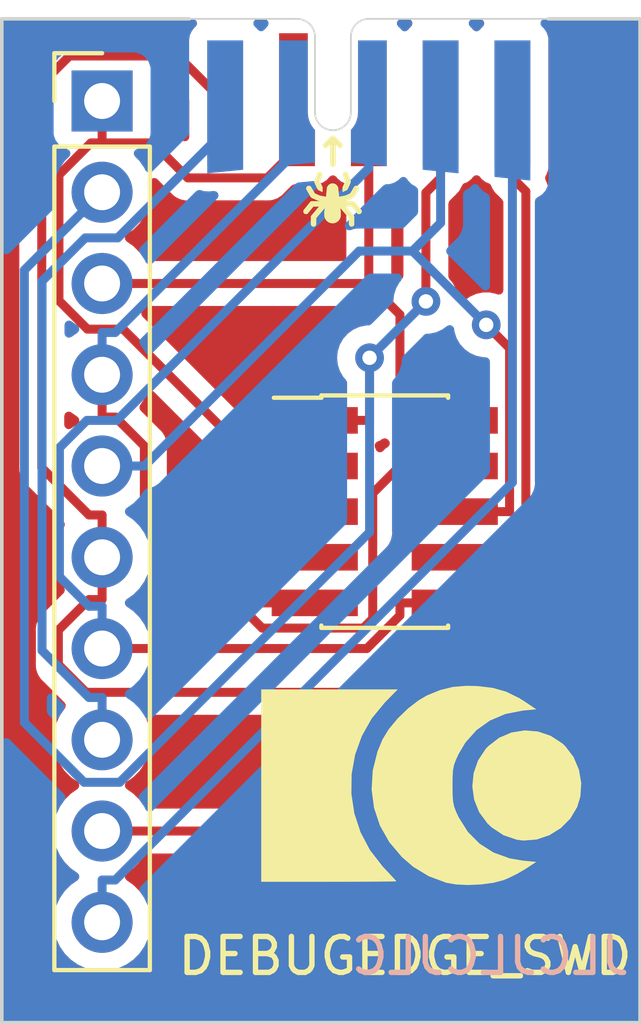
<source format=kicad_pcb>
(kicad_pcb (version 20221018) (generator pcbnew)
  (layers (0 "F.Cu" signal) (31 "B.Cu" signal) (34 "B.Paste" user) (35 "F.Paste" user) (36 "B.SilkS" user "B.Silkscreen") (37 "F.SilkS" user "F.Silkscreen") (38 "B.Mask" user) (39 "F.Mask" user) (44 "Edge.Cuts" user))
  (net 0 "")
  (net 1 "GND")
  (net 2 "SWDIO")
  (net 3 "SWDCLK")
  (net 4 "nRST")
  (net 5 "VCC")
  (net 6 "SWO")
  (net 7 "TDI")
  (net 8 "TRACE_CLK")
  (net 9 "TRACE0")
  (net 10 "TRACE1")
  (footprint "Connector_PinHeader_2.54mm:PinHeader_1x10_P2.54mm_Vertical" (layer "F.Cu") (at 119.634 73.406)
    (fp_text reference "J3" hide)
    (fp_text value "Conn_01x10_Pin" hide)
    (fp_line (start -1.33 -1.33) (end 0 -1.33) (stroke (width 0.12)) (layer "F.SilkS"))
    (fp_line (start -1.33 0) (end -1.33 -1.33) (stroke (width 0.12)) (layer "F.SilkS"))
    (fp_line (start -1.33 1.27) (end -1.33 24.19) (stroke (width 0.12)) (layer "F.SilkS"))
    (fp_line (start -1.33 1.27) (end 1.33 1.27) (stroke (width 0.12)) (layer "F.SilkS"))
    (fp_line (start -1.33 24.19) (end 1.33 24.19) (stroke (width 0.12)) (layer "F.SilkS"))
    (fp_line (start 1.33 1.27) (end 1.33 24.19) (stroke (width 0.12)) (layer "F.SilkS"))
    (pad "1" thru_hole rect (at 0 0) (size 1.7 1.7) (drill 1) (layers "*.Cu" "*.Mask") (net 1 "GND"))
    (pad "2" thru_hole oval (at 0 2.54) (size 1.7 1.7) (drill 1) (layers "*.Cu" "*.Mask") (net 5 "VCC"))
    (pad "3" thru_hole oval (at 0 5.08) (size 1.7 1.7) (drill 1) (layers "*.Cu" "*.Mask") (net 2 "SWDIO"))
    (pad "4" thru_hole oval (at 0 7.62) (size 1.7 1.7) (drill 1) (layers "*.Cu" "*.Mask") (net 3 "SWDCLK"))
    (pad "5" thru_hole oval (at 0 10.16) (size 1.7 1.7) (drill 1) (layers "*.Cu" "*.Mask") (net 6 "SWO"))
    (pad "6" thru_hole oval (at 0 12.7) (size 1.7 1.7) (drill 1) (layers "*.Cu" "*.Mask") (net 7 "TDI"))
    (pad "7" thru_hole oval (at 0 15.24) (size 1.7 1.7) (drill 1) (layers "*.Cu" "*.Mask") (net 4 "nRST"))
    (pad "8" thru_hole oval (at 0 17.78) (size 1.7 1.7) (drill 1) (layers "*.Cu" "*.Mask") (net 8 "TRACE_CLK"))
    (pad "9" thru_hole oval (at 0 20.32) (size 1.7 1.7) (drill 1) (layers "*.Cu" "*.Mask") (net 9 "TRACE0"))
    (pad "10" thru_hole oval (at 0 22.86) (size 1.7 1.7) (drill 1) (layers "*.Cu" "*.Mask") (net 10 "TRACE1"))
  )
  (footprint "DebugEdge:DebugEdge_2x05_Host" (layer "F.Cu") (at 127.064 71.12)
    (fp_text reference "J1" hide)
    (fp_text value "DebugEdge_02x05" hide)
    (fp_line (start -1.75 5.36) (end -1.58 5.15) (stroke (width 0.15)) (layer "F.SilkS"))
    (fp_line (start -1.75 5.36) (end -1.58 5.15) (stroke (width 0.15)) (layer "F.SilkS"))
    (fp_line (start -1.67 4.72) (end -1.56 4.91) (stroke (width 0.15)) (layer "F.SilkS"))
    (fp_line (start -1.67 4.72) (end -1.56 4.91) (stroke (width 0.15)) (layer "F.SilkS"))
    (fp_line (start -1.54 5.71) (end -1.54 5.52) (stroke (width 0.15)) (layer "F.SilkS"))
    (fp_line (start -1.54 5.71) (end -1.54 5.52) (stroke (width 0.15)) (layer "F.SilkS"))
    (fp_line (start -1.44 4.54) (end -1.38 4.67) (stroke (width 0.15)) (layer "F.SilkS"))
    (fp_line (start -1.44 4.54) (end -1.38 4.67) (stroke (width 0.15)) (layer "F.SilkS"))
    (fp_line (start -1.39 4.99) (end -1.55 4.92) (stroke (width 0.15)) (layer "F.SilkS"))
    (fp_line (start -1.39 4.99) (end -1.55 4.92) (stroke (width 0.15)) (layer "F.SilkS"))
    (fp_line (start -1.39 4.99) (end -1.13 5.04) (stroke (width 0.15)) (layer "F.SilkS"))
    (fp_line (start -1.39 4.99) (end -1.13 5.04) (stroke (width 0.15)) (layer "F.SilkS"))
    (fp_line (start -1.37 4.33) (end -1.44 4.53) (stroke (width 0.15)) (layer "F.SilkS"))
    (fp_line (start -1.37 4.33) (end -1.44 4.53) (stroke (width 0.15)) (layer "F.SilkS"))
    (fp_line (start -1.26 5.19) (end -1.54 5.52) (stroke (width 0.15)) (layer "F.SilkS"))
    (fp_line (start -1.26 5.19) (end -1.54 5.52) (stroke (width 0.15)) (layer "F.SilkS"))
    (fp_line (start -1.21 5.15) (end -1.58 5.15) (stroke (width 0.15)) (layer "F.SilkS"))
    (fp_line (start -1.21 5.15) (end -1.58 5.15) (stroke (width 0.15)) (layer "F.SilkS"))
    (fp_line (start -1.09 5.4) (end -1.02 4.74) (stroke (width 0.3)) (layer "F.SilkS"))
    (fp_line (start -1.09 5.4) (end -1.02 4.74) (stroke (width 0.3)) (layer "F.SilkS"))
    (fp_line (start -1.01 5.46) (end -1.01 5.39) (stroke (width 0.46)) (layer "F.SilkS"))
    (fp_line (start -1.01 5.46) (end -1.01 5.39) (stroke (width 0.46)) (layer "F.SilkS"))
    (fp_line (start -1.01 5.51) (end -1.01 4.74) (stroke (width 0.32)) (layer "F.SilkS"))
    (fp_line (start -1.01 5.51) (end -1.01 4.74) (stroke (width 0.32)) (layer "F.SilkS"))
    (fp_line (start -1 3.323) (end -1.2 3.523) (stroke (width 0.153)) (layer "F.SilkS"))
    (fp_line (start -1 4.05) (end -1 3.323) (stroke (width 0.153)) (layer "F.SilkS"))
    (fp_line (start -0.93 5.4) (end -1 4.74) (stroke (width 0.3)) (layer "F.SilkS"))
    (fp_line (start -0.93 5.4) (end -1 4.74) (stroke (width 0.3)) (layer "F.SilkS"))
    (fp_line (start -0.81 5.15) (end -0.44 5.15) (stroke (width 0.15)) (layer "F.SilkS"))
    (fp_line (start -0.81 5.15) (end -0.44 5.15) (stroke (width 0.15)) (layer "F.SilkS"))
    (fp_line (start -0.8 3.523) (end -1 3.323) (stroke (width 0.153)) (layer "F.SilkS"))
    (fp_line (start -0.76 5.19) (end -0.48 5.52) (stroke (width 0.15)) (layer "F.SilkS"))
    (fp_line (start -0.76 5.19) (end -0.48 5.52) (stroke (width 0.15)) (layer "F.SilkS"))
    (fp_line (start -0.65 4.33) (end -0.58 4.53) (stroke (width 0.15)) (layer "F.SilkS"))
    (fp_line (start -0.65 4.33) (end -0.58 4.53) (stroke (width 0.15)) (layer "F.SilkS"))
    (fp_line (start -0.63 4.99) (end -0.89 5.04) (stroke (width 0.15)) (layer "F.SilkS"))
    (fp_line (start -0.63 4.99) (end -0.89 5.04) (stroke (width 0.15)) (layer "F.SilkS"))
    (fp_line (start -0.63 4.99) (end -0.47 4.92) (stroke (width 0.15)) (layer "F.SilkS"))
    (fp_line (start -0.63 4.99) (end -0.47 4.92) (stroke (width 0.15)) (layer "F.SilkS"))
    (fp_line (start -0.58 4.54) (end -0.64 4.67) (stroke (width 0.15)) (layer "F.SilkS"))
    (fp_line (start -0.58 4.54) (end -0.64 4.67) (stroke (width 0.15)) (layer "F.SilkS"))
    (fp_line (start -0.48 5.71) (end -0.48 5.52) (stroke (width 0.15)) (layer "F.SilkS"))
    (fp_line (start -0.48 5.71) (end -0.48 5.52) (stroke (width 0.15)) (layer "F.SilkS"))
    (fp_line (start -0.35 4.72) (end -0.46 4.91) (stroke (width 0.15)) (layer "F.SilkS"))
    (fp_line (start -0.35 4.72) (end -0.46 4.91) (stroke (width 0.15)) (layer "F.SilkS"))
    (fp_line (start -0.27 5.36) (end -0.44 5.15) (stroke (width 0.15)) (layer "F.SilkS"))
    (fp_line (start -0.27 5.36) (end -0.44 5.15) (stroke (width 0.15)) (layer "F.SilkS"))
    (fp_poly (pts (xy -1.35 4.56) (xy -1.29 4.68) (xy -1.29 4.82) (xy -1.42 4.76) (xy -1.49 4.61) (xy -1.4 4.64)) (stroke (width 0.001)) (fill solid) (layer "F.SilkS"))
    (fp_poly (pts (xy -1.35 4.56) (xy -1.29 4.68) (xy -1.29 4.82) (xy -1.42 4.76) (xy -1.49 4.61) (xy -1.4 4.64)) (stroke (width 0.001)) (fill solid) (layer "F.SilkS"))
    (fp_poly (pts (xy -0.67 4.56) (xy -0.73 4.68) (xy -0.73 4.82) (xy -0.6 4.76) (xy -0.53 4.61) (xy -0.62 4.64)) (stroke (width 0.001)) (fill solid) (layer "F.SilkS"))
    (fp_poly (pts (xy -0.67 4.56) (xy -0.73 4.68) (xy -0.73 4.82) (xy -0.6 4.76) (xy -0.53 4.61) (xy -0.62 4.64)) (stroke (width 0.001)) (fill solid) (layer "F.SilkS"))
    (fp_line (start -5 0) (end -2 0) (stroke (width 0.05)) (layer "Edge.Cuts"))
    (fp_line (start -1.5 0.5) (end -1.5 2.6) (stroke (width 0.05)) (layer "Edge.Cuts"))
    (fp_line (start -0.5 2.6) (end -0.5 0.5) (stroke (width 0.05)) (layer "Edge.Cuts"))
    (fp_line (start 0 0) (end 5 0) (stroke (width 0.05)) (layer "Edge.Cuts"))
    (fp_arc (start -2 0) (mid -1.646447 0.146447) (end -1.5 0.5) (stroke (width 0.05)) (layer "Edge.Cuts"))
    (fp_arc (start -0.5 0.5) (mid -0.353553 0.146447) (end 0 0) (stroke (width 0.05)) (layer "Edge.Cuts"))
    (fp_arc (start -0.5 2.6) (mid -1 3.1) (end -1.5 2.6) (stroke (width 0.05)) (layer "Edge.Cuts"))
    (pad "1" smd custom (at -2 3.6) (size 1 1) (layers "F.Cu" "F.Mask") (net 1 "GND") (options (clearance outline) (anchor rect)) (primitives (gr_poly (pts (xy 0.3 -0.99) (xy 0.31 -0.88) (xy 0.33 -0.8) (xy 0.35 -0.74) (xy 0.37 -0.69) (xy 0.4 -0.64) (xy 0.44 -0.58) (xy 0.48 -0.53) (xy 0.5 -0.51) (xy 0.5 0.5) (xy -0.5 0.5) (xy -0.5 -3.2) (xy 0.3 -3.2)) (width 0) (fill yes))))
    (pad "2" smd custom (at 0 3.6) (size 1 1) (layers "F.Cu" "F.Mask") (net 2 "SWDIO") (options (clearance outline) (anchor rect)) (primitives (gr_poly (pts (xy -0.3 -0.99) (xy -0.31 -0.88) (xy -0.33 -0.8) (xy -0.35 -0.74) (xy -0.37 -0.69) (xy -0.4 -0.64) (xy -0.44 -0.58) (xy -0.48 -0.53) (xy -0.5 -0.51) (xy -0.5 0.5) (xy 0.5 0.5) (xy 0.5 -3) (xy -0.3 -3)) (width 0) (fill yes))))
    (pad "3" smd custom (at -2 2.1 180) (size 0.4 0.4) (layers "B.Cu" "B.Mask") (net 3 "SWDCLK") (options (clearance outline) (anchor rect)) (primitives (gr_poly (pts (xy -0.3 -0.51) (xy -0.31 -0.62) (xy -0.33 -0.7) (xy -0.35 -0.76) (xy -0.37 -0.81) (xy -0.4 -0.86) (xy -0.44 -0.92) (xy -0.48 -0.97) (xy -0.5 -0.99) (xy -0.5 -1.9) (xy 0.5 -2) (xy 0.5 1.5) (xy -0.3 1.5)) (width 0) (fill yes))))
    (pad "4" smd custom (at 0 2.1 180) (size 0.4 0.4) (layers "B.Cu" "B.Mask") (net 4 "nRST") (options (clearance outline) (anchor rect)) (primitives (gr_poly (pts (xy 0.3 -0.51) (xy 0.31 -0.62) (xy 0.33 -0.7) (xy 0.35 -0.76) (xy 0.37 -0.81) (xy 0.4 -0.86) (xy 0.44 -0.92) (xy 0.48 -0.97) (xy 0.5 -0.99) (xy 0.5 -1.9) (xy -0.5 -2) (xy -0.5 1.5) (xy 0.3 1.5)) (width 0) (fill yes))))
    (pad "5" smd rect (at 2 2.35) (size 1 3.5) (layers "F.Cu" "F.Mask") (net 5 "VCC"))
    (pad "6" smd custom (at 2 2.4 180) (size 1 3.6) (layers "B.Cu" "B.Mask") (net 6 "SWO") (options (clearance outline) (anchor rect)) (primitives (gr_poly (pts (xy 0.5 -1.8) (xy -0.5 -1.9) (xy -0.5 -1.8)) (width 0) (fill yes))))
    (pad "7" smd rect (at -4 2.35) (size 1 3.5) (layers "F.Cu" "F.Mask") (net 7 "TDI"))
    (pad "8" smd custom (at -4 2.4 180) (size 1 3.6) (layers "B.Cu" "B.Mask") (net 8 "TRACE_CLK") (options (clearance outline) (anchor rect)) (primitives (gr_poly (pts (xy 0.5 -1.8) (xy 0.5 -1.9) (xy -0.5 -1.8)) (width 0) (fill yes))))
    (pad "9" smd rect (at 4 2.35) (size 1 3.5) (layers "F.Cu" "F.Mask") (net 9 "TRACE0"))
    (pad "10" smd custom (at 4 2.5 180) (size 1 3.8) (layers "B.Cu" "B.Mask") (net 10 "TRACE1") (options (clearance outline) (anchor rect)) (primitives (gr_poly (pts (xy 0.5 -1.9) (xy -0.5 -2) (xy -0.5 -1.9)) (width 0) (fill yes))))
  )
  (footprint "Connector_PinHeader_1.27mm:PinHeader_2x05_P1.27mm_Vertical_SMD" (layer "F.Cu") (at 127.508 84.836)
    (fp_text reference "J2" hide)
    (fp_text value "Conn_ARM_JTAG_SWD_10" hide)
    (fp_line (start -3.09 -3.17) (end -1.765 -3.17) (stroke (width 0.12)) (layer "F.SilkS"))
    (fp_line (start -1.765 -3.235) (end -1.765 -3.17) (stroke (width 0.12)) (layer "F.SilkS"))
    (fp_line (start -1.765 -3.235) (end 1.765 -3.235) (stroke (width 0.12)) (layer "F.SilkS"))
    (fp_line (start -1.765 3.17) (end -1.765 3.235) (stroke (width 0.12)) (layer "F.SilkS"))
    (fp_line (start -1.765 3.235) (end 1.765 3.235) (stroke (width 0.12)) (layer "F.SilkS"))
    (fp_line (start 1.765 -3.235) (end 1.765 -3.17) (stroke (width 0.12)) (layer "F.SilkS"))
    (fp_line (start 1.765 3.17) (end 1.765 3.235) (stroke (width 0.12)) (layer "F.SilkS"))
    (pad "1" smd rect (at -1.95 -2.54) (size 2.4 0.74) (layers "F.Cu" "F.Paste" "F.Mask") (net 5 "VCC"))
    (pad "2" smd rect (at 1.95 -2.54) (size 2.4 0.74) (layers "F.Cu" "F.Paste" "F.Mask") (net 2 "SWDIO"))
    (pad "3" smd rect (at -1.95 -1.27) (size 2.4 0.74) (layers "F.Cu" "F.Paste" "F.Mask") (net 1 "GND"))
    (pad "4" smd rect (at 1.95 -1.27) (size 2.4 0.74) (layers "F.Cu" "F.Paste" "F.Mask") (net 3 "SWDCLK"))
    (pad "5" smd rect (at -1.95 0) (size 2.4 0.74) (layers "F.Cu" "F.Paste" "F.Mask") (net 1 "GND"))
    (pad "6" smd rect (at 1.95 0) (size 2.4 0.74) (layers "F.Cu" "F.Paste" "F.Mask") (net 6 "SWO"))
    (pad "7" smd rect (at -1.95 1.27) (size 2.4 0.74) (layers "F.Cu" "F.Paste" "F.Mask"))
    (pad "8" smd rect (at 1.95 1.27) (size 2.4 0.74) (layers "F.Cu" "F.Paste" "F.Mask") (net 7 "TDI"))
    (pad "9" smd rect (at -1.95 2.54) (size 2.4 0.74) (layers "F.Cu" "F.Paste" "F.Mask") (net 1 "GND"))
    (pad "10" smd rect (at 1.95 2.54) (size 2.4 0.74) (layers "F.Cu" "F.Paste" "F.Mask") (net 4 "nRST"))
  )
  (footprint "LOGO" (layer "F.Cu") (at 127.990558 90.525548)
    (fp_text reference "G***" hide)
    (fp_text value "LOGO" hide)
    (fp_poly (pts (xy -0.478622 -0.377167) (xy -0.844959 0.067673) (xy -1.121506 0.556777) (xy -1.308202 1.077873) (xy -1.404987 1.618691) (xy -1.411801 2.166961) (xy -1.328584 2.710411) (xy -1.155274 3.236772) (xy -0.891812 3.733772) (xy -0.538137 4.189141) (xy -0.501286 4.228283) (xy -0.352758 4.3849) (xy -0.236764 4.509809) (xy -0.169474 4.585462) (xy -0.159081 4.599669) (xy -0.210122 4.602833) (xy -0.355303 4.605738) (xy -0.582706 4.608298) (xy -0.880419 4.610427) (xy -1.236524 4.612038) (xy -1.639108 4.613044) (xy -2.041545 4.613361) (xy -3.924008 4.613361) (xy -3.924008 1.935491) (xy -3.924008 -0.74238) (xy -2.02194 -0.74238) (xy -0.119871 -0.74238)) (fill solid) (layer "F.SilkS"))
    (fp_poly (pts (xy 3.786288 0.430092) (xy 4.139977 0.549886) (xy 4.459815 0.758269) (xy 4.548408 0.840043) (xy 4.77673 1.139429) (xy 4.925795 1.488725) (xy 4.990892 1.863781) (xy 4.967307 2.240445) (xy 4.87873 2.533009) (xy 4.686725 2.854596) (xy 4.421878 3.119344) (xy 4.103811 3.316606) (xy 3.752149 3.435738) (xy 3.386515 3.466094) (xy 3.199856 3.443746) (xy 2.827301 3.318346) (xy 2.493156 3.097888) (xy 2.375866 2.98727) (xy 2.147863 2.678685) (xy 2.00808 2.330405) (xy 1.956298 1.961265) (xy 1.992298 1.5901) (xy 2.115861 1.235745) (xy 2.326766 0.917036) (xy 2.400921 0.83727) (xy 2.706063 0.602475) (xy 3.050935 0.456363) (xy 3.417142 0.39891)) (fill solid) (layer "F.SilkS"))
    (fp_poly (pts (xy 2.091929 -0.83515) (xy 2.525424 -0.784819) (xy 2.902683 -0.677584) (xy 3.264208 -0.500009) (xy 3.442004 -0.387218) (xy 3.738414 -0.187407) (xy 3.367224 -0.152198) (xy 2.881124 -0.057665) (xy 2.44682 0.126041) (xy 2.071499 0.394083) (xy 1.762348 0.741629) (xy 1.578496 1.051014) (xy 1.497902 1.222909) (xy 1.447055 1.364636) (xy 1.419178 1.510786) (xy 1.407494 1.695952) (xy 1.405219 1.935491) (xy 1.407883 2.188577) (xy 1.420392 2.370246) (xy 1.449523 2.51509) (xy 1.502053 2.657701) (xy 1.578496 2.819968) (xy 1.833405 3.223914) (xy 2.159907 3.551948) (xy 2.55099 3.799349) (xy 2.999638 3.961396) (xy 3.367224 4.023842) (xy 3.738414 4.059712) (xy 3.429358 4.26128) (xy 3.214104 4.387436) (xy 2.977465 4.504962) (xy 2.819546 4.570015) (xy 2.538165 4.642327) (xy 2.19954 4.687307) (xy 1.84296 4.703221) (xy 1.507718 4.688333) (xy 1.233104 4.64091) (xy 1.230538 4.640192) (xy 0.740733 4.45731) (xy 0.309331 4.195321) (xy -0.005539 3.924009) (xy -0.357982 3.508227) (xy -0.617104 3.049407) (xy -0.781201 2.557926) (xy -0.848573 2.044161) (xy -0.817519 1.51849) (xy -0.686336 0.991289) (xy -0.54311 0.645535) (xy -0.368423 0.361938) (xy -0.123557 0.067703) (xy 0.162949 -0.209043) (xy 0.462559 -0.440172) (xy 0.694432 -0.574246) (xy 1.064072 -0.725038) (xy 1.418396 -0.811783) (xy 1.799386 -0.842317)) (fill solid) (layer "F.SilkS"))
  )
  (gr_line (start 134.62 71.12) (end 134.62 99.06) (stroke (width 0.1)) (layer "Edge.Cuts"))
  (gr_line (start 134.62 99.06) (end 116.84 99.06) (stroke (width 0.1)) (layer "Edge.Cuts"))
  (gr_line (start 132.064 71.12) (end 134.62 71.12) (stroke (width 0.1)) (layer "Edge.Cuts"))
  (gr_line (start 116.84 99.06) (end 116.84 71.12) (stroke (width 0.1)) (layer "Edge.Cuts"))
  (gr_line (start 116.84 71.12) (end 122.064 71.12) (stroke (width 0.1)) (layer "Edge.Cuts"))
  (gr_text "JLCJLCJLC" (at 126.492 97.79) (layer "B.SilkS") (effects (font (size 1 1)) (justify right bottom mirror)))
  (gr_text "DEBUGEDGE_SWD" (at 121.666 97.79) (layer "F.SilkS") (effects (font (size 1 1)) (justify left bottom)))
  (segment (start 125.558 84.836) (end 124.7946 84.836) (width 0.25) (layer "F.Cu") (net 1))
  (segment (start 124.2371 75.5469) (end 122.0221 75.5469) (width 0.25) (layer "F.Cu") (net 1))
  (segment (start 125.558 87.376) (end 124.0311 87.376) (width 0.25) (layer "F.Cu") (net 1))
  (segment (start 118.4322 75.463) (end 118.4322 78.9642) (width 0.25) (layer "F.Cu") (net 1))
  (segment (start 125.064 74.72) (end 124.2371 75.5469) (width 0.25) (layer "F.Cu") (net 1))
  (segment (start 118.4322 78.9642) (end 119.224 79.756) (width 0.25) (layer "F.Cu") (net 1))
  (segment (start 122.0221 75.5469) (end 121.0483 74.5731) (width 0.25) (layer "F.Cu") (net 1))
  (segment (start 124.0311 87.376) (end 124.0311 85.5995) (width 0.25) (layer "F.Cu") (net 1))
  (segment (start 125.558 83.566) (end 124.0311 83.566) (width 0.25) (layer "F.Cu") (net 1))
  (segment (start 119.634 73.406) (end 119.634 74.5731) (width 0.25) (layer "F.Cu") (net 1))
  (segment (start 120.2211 79.756) (end 124.0311 83.566) (width 0.25) (layer "F.Cu") (net 1))
  (segment (start 124.7946 84.836) (end 124.0311 84.0725) (width 0.25) (layer "F.Cu") (net 1))
  (segment (start 119.224 79.756) (end 120.2211 79.756) (width 0.25) (layer "F.Cu") (net 1))
  (segment (start 124.0311 85.5995) (end 124.7946 84.836) (width 0.25) (layer "F.Cu") (net 1))
  (segment (start 119.3221 74.5731) (end 118.4322 75.463) (width 0.25) (layer "F.Cu") (net 1))
  (segment (start 121.0483 74.5731) (end 119.634 74.5731) (width 0.25) (layer "F.Cu") (net 1))
  (segment (start 119.634 74.5731) (end 119.3221 74.5731) (width 0.25) (layer "F.Cu") (net 1))
  (segment (start 124.0311 84.0725) (end 124.0311 83.566) (width 0.25) (layer "F.Cu") (net 1))
  (segment (start 127.064 78.486) (end 127.9311 79.3531) (width 0.25) (layer "F.Cu") (net 2))
  (segment (start 127.064 74.72) (end 127.064 78.486) (width 0.25) (layer "F.Cu") (net 2))
  (segment (start 127.9311 79.3531) (end 127.9311 82.296) (width 0.25) (layer "F.Cu") (net 2))
  (segment (start 119.634 78.486) (end 120.8109 78.486) (width 0.25) (layer "F.Cu") (net 2))
  (segment (start 127.064 78.486) (end 120.8109 78.486) (width 0.25) (layer "F.Cu") (net 2))
  (segment (start 129.458 82.296) (end 127.9311 82.296) (width 0.25) (layer "F.Cu") (net 2))
  (segment (start 129.458 83.566) (end 127.9311 83.566) (width 0.25) (layer "F.Cu") (net 3))
  (segment (start 126.9117 88.0771) (end 127.1736 87.8152) (width 0.25) (layer "F.Cu") (net 3))
  (segment (start 127.1736 87.8152) (end 127.1736 84.3235) (width 0.25) (layer "F.Cu") (net 3))
  (segment (start 120.0019 82.2029) (end 120.8109 83.0119) (width 0.25) (layer "F.Cu") (net 3))
  (segment (start 119.634 82.2029) (end 120.0019 82.2029) (width 0.25) (layer "F.Cu") (net 3))
  (segment (start 124.093 88.0771) (end 126.9117 88.0771) (width 0.25) (layer "F.Cu") (net 3))
  (segment (start 120.8109 84.795) (end 124.093 88.0771) (width 0.25) (layer "F.Cu") (net 3))
  (segment (start 119.634 81.026) (end 119.634 82.2029) (width 0.25) (layer "F.Cu") (net 3))
  (segment (start 127.1736 84.3235) (end 127.9311 83.566) (width 0.25) (layer "F.Cu") (net 3))
  (segment (start 120.8109 83.0119) (end 120.8109 84.795) (width 0.25) (layer "F.Cu") (net 3))
  (segment (start 119.634 81.026) (end 119.634 79.8491) (width 0.25) (layer "B.Cu") (net 3))
  (segment (start 125.064 74.7849) (end 119.9998 79.8491) (width 0.25) (layer "B.Cu") (net 3))
  (segment (start 119.9998 79.8491) (end 119.634 79.8491) (width 0.25) (layer "B.Cu") (net 3))
  (segment (start 125.064 73.22) (end 125.064 74.7849) (width 0.25) (layer "B.Cu") (net 3))
  (segment (start 127.0095 88.646) (end 119.634 88.646) (width 0.25) (layer "F.Cu") (net 4))
  (segment (start 127.9311 87.376) (end 127.9311 87.7244) (width 0.25) (layer "F.Cu") (net 4))
  (segment (start 127.9311 87.7244) (end 127.0095 88.646) (width 0.25) (layer "F.Cu") (net 4))
  (segment (start 129.458 87.376) (end 127.9311 87.376) (width 0.25) (layer "F.Cu") (net 4))
  (segment (start 119.2682 87.4691) (end 118.4454 86.6463) (width 0.25) (layer "B.Cu") (net 4))
  (segment (start 119.2083 82.296) (end 120.043 82.296) (width 0.25) (layer "B.Cu") (net 4))
  (segment (start 118.4454 83.0589) (end 119.2083 82.296) (width 0.25) (layer "B.Cu") (net 4))
  (segment (start 127.064 75.275) (end 127.064 73.22) (width 0.25) (layer "B.Cu") (net 4))
  (segment (start 118.4454 86.6463) (end 118.4454 83.0589) (width 0.25) (layer "B.Cu") (net 4))
  (segment (start 119.634 88.646) (end 119.634 87.4691) (width 0.25) (layer "B.Cu") (net 4))
  (segment (start 119.634 87.4691) (end 119.2682 87.4691) (width 0.25) (layer "B.Cu") (net 4))
  (segment (start 120.043 82.296) (end 127.064 75.275) (width 0.25) (layer "B.Cu") (net 4))
  (segment (start 127.0849 82.296) (end 127.0849 80.5536) (width 0.25) (layer "F.Cu") (net 5))
  (segment (start 129.064 73.47) (end 129.064 75.5469) (width 0.25) (layer "F.Cu") (net 5))
  (segment (start 129.064 75.5469) (end 128.6543 75.9566) (width 0.25) (layer "F.Cu") (net 5))
  (segment (start 128.6543 75.9566) (end 128.6543 78.9842) (width 0.25) (layer "F.Cu") (net 5))
  (segment (start 125.558 82.296) (end 127.0849 82.296) (width 0.25) (layer "F.Cu") (net 5))
  (via (at 127.0849 80.5536) (size 0.8) (drill 0.4) (layers "F.Cu" "B.Cu") (net 5))
  (via (at 128.6543 78.9842) (size 0.8) (drill 0.4) (layers "F.Cu" "B.Cu") (net 5))
  (segment (start 127.0849 80.5536) (end 127.0849 85.4101) (width 0.25) (layer "B.Cu") (net 5))
  (segment (start 120.1255 92.3695) (end 119.134 92.3695) (width 0.25) (layer "B.Cu") (net 5))
  (segment (start 128.6543 78.9842) (end 127.0849 80.5536) (width 0.25) (layer "B.Cu") (net 5))
  (segment (start 117.4691 78.1109) (end 119.634 75.946) (width 0.25) (layer "B.Cu") (net 5))
  (segment (start 117.4691 90.7046) (end 117.4691 78.1109) (width 0.25) (layer "B.Cu") (net 5))
  (segment (start 119.134 92.3695) (end 117.4691 90.7046) (width 0.25) (layer "B.Cu") (net 5))
  (segment (start 127.0849 85.4101) (end 120.1255 92.3695) (width 0.25) (layer "B.Cu") (net 5))
  (segment (start 130.9849 80.2868) (end 130.3348 79.6367) (width 0.25) (layer "F.Cu") (net 6))
  (segment (start 130.9849 84.836) (end 130.9849 80.2868) (width 0.25) (layer "F.Cu") (net 6))
  (segment (start 129.458 84.836) (end 130.9849 84.836) (width 0.25) (layer "F.Cu") (net 6))
  (via (at 130.3348 79.6367) (size 0.8) (drill 0.4) (layers "F.Cu" "B.Cu") (net 6))
  (segment (start 128.2807 77.5826) (end 130.3348 79.6367) (width 0.25) (layer "B.Cu") (net 6))
  (segment (start 128.2807 77.5826) (end 126.7943 77.5826) (width 0.25) (layer "B.Cu") (net 6))
  (segment (start 126.7943 77.5826) (end 120.8109 83.566) (width 0.25) (layer "B.Cu") (net 6))
  (segment (start 129.064 76.7993) (end 128.2807 77.5826) (width 0.25) (layer "B.Cu") (net 6))
  (segment (start 129.064 73.52) (end 129.064 76.7993) (width 0.25) (layer "B.Cu") (net 6))
  (segment (start 119.634 83.566) (end 120.8109 83.566) (width 0.25) (layer "B.Cu") (net 6))
  (segment (start 119.634 86.106) (end 119.634 87.2829) (width 0.25) (layer "F.Cu") (net 7))
  (segment (start 129.458 86.106) (end 130.9849 86.106) (width 0.25) (layer "F.Cu") (net 7))
  (segment (start 123.064 73.47) (end 121.7478 72.1538) (width 0.25) (layer "F.Cu") (net 7))
  (segment (start 119.188 89.8645) (end 118.4156 89.0921) (width 0.25) (layer "F.Cu") (net 7))
  (segment (start 119.2682 84.9291) (end 119.634 84.9291) (width 0.25) (layer "F.Cu") (net 7))
  (segment (start 117.9538 83.6147) (end 119.2682 84.9291) (width 0.25) (layer "F.Cu") (net 7))
  (segment (start 130.9849 87.9561) (end 129.0765 89.8645) (width 0.25) (layer "F.Cu") (net 7))
  (segment (start 118.4156 89.0921) (end 118.4156 88.1355) (width 0.25) (layer "F.Cu") (net 7))
  (segment (start 119.634 85.5175) (end 119.634 84.9291) (width 0.25) (layer "F.Cu") (net 7))
  (segment (start 117.9538 72.9228) (end 117.9538 83.6147) (width 0.25) (layer "F.Cu") (net 7))
  (segment (start 129.0765 89.8645) (end 119.188 89.8645) (width 0.25) (layer "F.Cu") (net 7))
  (segment (start 118.4156 88.1355) (end 119.2682 87.2829) (width 0.25) (layer "F.Cu") (net 7))
  (segment (start 130.9849 86.106) (end 130.9849 87.9561) (width 0.25) (layer "F.Cu") (net 7))
  (segment (start 119.2682 87.2829) (end 119.634 87.2829) (width 0.25) (layer "F.Cu") (net 7))
  (segment (start 119.634 85.5175) (end 119.634 86.106) (width 0.25) (layer "F.Cu") (net 7))
  (segment (start 121.7478 72.1538) (end 118.7228 72.1538) (width 0.25) (layer "F.Cu") (net 7))
  (segment (start 118.7228 72.1538) (end 117.9538 72.9228) (width 0.25) (layer "F.Cu") (net 7))
  (segment (start 120.0695 77.216) (end 123.064 74.2215) (width 0.25) (layer "B.Cu") (net 8))
  (segment (start 119.634 90.0091) (end 119.2682 90.0091) (width 0.25) (layer "B.Cu") (net 8))
  (segment (start 119.1642 77.216) (end 120.0695 77.216) (width 0.25) (layer "B.Cu") (net 8))
  (segment (start 119.634 91.186) (end 119.634 90.0091) (width 0.25) (layer "B.Cu") (net 8))
  (segment (start 117.9609 88.7018) (end 117.9609 78.4193) (width 0.25) (layer "B.Cu") (net 8))
  (segment (start 119.2682 90.0091) (end 117.9609 88.7018) (width 0.25) (layer "B.Cu") (net 8))
  (segment (start 117.9609 78.4193) (end 119.1642 77.216) (width 0.25) (layer "B.Cu") (net 8))
  (segment (start 123.064 74.2215) (end 123.064 73.52) (width 0.25) (layer "B.Cu") (net 8))
  (segment (start 119.634 93.726) (end 125.8723 93.726) (width 0.25) (layer "F.Cu") (net 9))
  (segment (start 131.4388 88.1595) (end 131.4388 75.9217) (width 0.25) (layer "F.Cu") (net 9))
  (segment (start 131.4388 75.9217) (end 131.064 75.5469) (width 0.25) (layer "F.Cu") (net 9))
  (segment (start 125.8723 93.726) (end 131.4388 88.1595) (width 0.25) (layer "F.Cu") (net 9))
  (segment (start 131.064 73.47) (end 131.064 75.5469) (width 0.25) (layer "F.Cu") (net 9))
  (segment (start 119.634 96.266) (end 119.634 95.0891) (width 0.25) (layer "B.Cu") (net 10))
  (segment (start 119.9998 95.0891) (end 119.634 95.0891) (width 0.25) (layer "B.Cu") (net 10))
  (segment (start 131.064 73.62) (end 131.064 84.0249) (width 0.25) (layer "B.Cu") (net 10))
  (segment (start 131.064 84.0249) (end 119.9998 95.0891) (width 0.25) (layer "B.Cu") (net 10))
  (zone (net 0) (net_name "") (layers "F&B.Cu") (connect_pads (clearance 0.5)) (min_thickness 0.25) (fill yes (thermal_gap 0.5) (thermal_bridge_width 0.5) (island_removal_mode 1) (island_area_min 10))
    (polygon (pts (xy 116.84 71.12) (xy 134.62 71.12) (xy 134.62 99.06) (xy 116.84 99.06)))
  )
)
</source>
